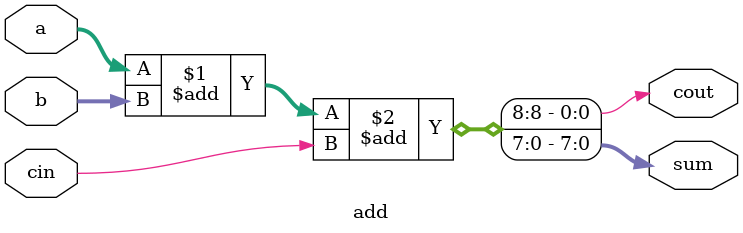
<source format=v>
module add #(parameter n = 8) (
    input  [n-1:0] a,          
    input  [n-1:0] b,   
    input  cin,       
    output [n-1:0] sum,        
    output              cout  
);
    assign {cout, sum} = a + b+cin;
endmodule

</source>
